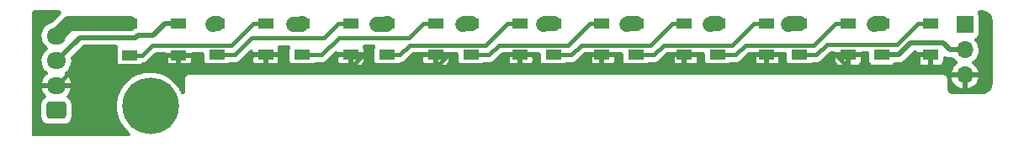
<source format=gbr>
%TF.GenerationSoftware,KiCad,Pcbnew,(6.0.6)*%
%TF.CreationDate,2023-01-13T16:31:05+05:30*%
%TF.ProjectId,ws2812-light,77733238-3132-42d6-9c69-6768742e6b69,rev?*%
%TF.SameCoordinates,Original*%
%TF.FileFunction,Copper,L1,Top*%
%TF.FilePolarity,Positive*%
%FSLAX46Y46*%
G04 Gerber Fmt 4.6, Leading zero omitted, Abs format (unit mm)*
G04 Created by KiCad (PCBNEW (6.0.6)) date 2023-01-13 16:31:05*
%MOMM*%
%LPD*%
G01*
G04 APERTURE LIST*
G04 Aperture macros list*
%AMRoundRect*
0 Rectangle with rounded corners*
0 $1 Rounding radius*
0 $2 $3 $4 $5 $6 $7 $8 $9 X,Y pos of 4 corners*
0 Add a 4 corners polygon primitive as box body*
4,1,4,$2,$3,$4,$5,$6,$7,$8,$9,$2,$3,0*
0 Add four circle primitives for the rounded corners*
1,1,$1+$1,$2,$3*
1,1,$1+$1,$4,$5*
1,1,$1+$1,$6,$7*
1,1,$1+$1,$8,$9*
0 Add four rect primitives between the rounded corners*
20,1,$1+$1,$2,$3,$4,$5,0*
20,1,$1+$1,$4,$5,$6,$7,0*
20,1,$1+$1,$6,$7,$8,$9,0*
20,1,$1+$1,$8,$9,$2,$3,0*%
G04 Aperture macros list end*
%TA.AperFunction,ComponentPad*%
%ADD10R,1.700000X1.700000*%
%TD*%
%TA.AperFunction,ComponentPad*%
%ADD11O,1.700000X1.700000*%
%TD*%
%TA.AperFunction,ComponentPad*%
%ADD12C,5.700000*%
%TD*%
%TA.AperFunction,ComponentPad*%
%ADD13RoundRect,0.250000X0.725000X-0.600000X0.725000X0.600000X-0.725000X0.600000X-0.725000X-0.600000X0*%
%TD*%
%TA.AperFunction,ComponentPad*%
%ADD14O,1.950000X1.700000*%
%TD*%
%TA.AperFunction,SMDPad,CuDef*%
%ADD15R,1.500000X1.000000*%
%TD*%
%TA.AperFunction,ViaPad*%
%ADD16C,1.300000*%
%TD*%
%TA.AperFunction,ViaPad*%
%ADD17C,1.400000*%
%TD*%
%TA.AperFunction,ViaPad*%
%ADD18C,1.500000*%
%TD*%
%TA.AperFunction,Conductor*%
%ADD19C,1.500000*%
%TD*%
%TA.AperFunction,Conductor*%
%ADD20C,0.500000*%
%TD*%
%TA.AperFunction,Conductor*%
%ADD21C,0.400000*%
%TD*%
G04 APERTURE END LIST*
D10*
%TO.P,J2,1,Pin_1*%
%TO.N,+5V*%
X169175000Y-111475000D03*
D11*
%TO.P,J2,2,Pin_2*%
%TO.N,DOUT*%
X169175000Y-114015000D03*
%TO.P,J2,3,Pin_3*%
%TO.N,GND*%
X169175000Y-116555000D03*
%TD*%
D12*
%TO.P,H1,1,1*%
%TO.N,unconnected-(H1-Pad1)*%
X87200000Y-119675000D03*
%TD*%
D13*
%TO.P,J1,1,Pin_1*%
%TO.N,DOUT*%
X77750000Y-120100000D03*
D14*
%TO.P,J1,2,Pin_2*%
%TO.N,GND*%
X77750000Y-117600000D03*
%TO.P,J1,3,Pin_3*%
%TO.N,DIN*%
X77750000Y-115100000D03*
%TO.P,J1,4,Pin_4*%
%TO.N,+5V*%
X77750000Y-112600000D03*
%TD*%
D15*
%TO.P,D10,1,VDD*%
%TO.N,+5V*%
X160800000Y-111325000D03*
%TO.P,D10,2,DOUT*%
%TO.N,DOUT*%
X160800000Y-114525000D03*
%TO.P,D10,3,VSS*%
%TO.N,GND*%
X165700000Y-114525000D03*
%TO.P,D10,4,DIN*%
%TO.N,Net-(D10-Pad4)*%
X165700000Y-111325000D03*
%TD*%
%TO.P,D9,1,VDD*%
%TO.N,+5V*%
X152525000Y-111325000D03*
%TO.P,D9,2,DOUT*%
%TO.N,Net-(D10-Pad4)*%
X152525000Y-114525000D03*
%TO.P,D9,3,VSS*%
%TO.N,GND*%
X157425000Y-114525000D03*
%TO.P,D9,4,DIN*%
%TO.N,Net-(D8-Pad2)*%
X157425000Y-111325000D03*
%TD*%
%TO.P,D8,1,VDD*%
%TO.N,+5V*%
X144275000Y-111325000D03*
%TO.P,D8,2,DOUT*%
%TO.N,Net-(D8-Pad2)*%
X144275000Y-114525000D03*
%TO.P,D8,3,VSS*%
%TO.N,GND*%
X149175000Y-114525000D03*
%TO.P,D8,4,DIN*%
%TO.N,Net-(D7-Pad2)*%
X149175000Y-111325000D03*
%TD*%
%TO.P,D7,1,VDD*%
%TO.N,+5V*%
X136050000Y-111325000D03*
%TO.P,D7,2,DOUT*%
%TO.N,Net-(D7-Pad2)*%
X136050000Y-114525000D03*
%TO.P,D7,3,VSS*%
%TO.N,GND*%
X140950000Y-114525000D03*
%TO.P,D7,4,DIN*%
%TO.N,Net-(D6-Pad2)*%
X140950000Y-111325000D03*
%TD*%
%TO.P,D6,1,VDD*%
%TO.N,+5V*%
X127750000Y-111325000D03*
%TO.P,D6,2,DOUT*%
%TO.N,Net-(D6-Pad2)*%
X127750000Y-114525000D03*
%TO.P,D6,3,VSS*%
%TO.N,GND*%
X132650000Y-114525000D03*
%TO.P,D6,4,DIN*%
%TO.N,Net-(D5-Pad2)*%
X132650000Y-111325000D03*
%TD*%
%TO.P,D5,1,VDD*%
%TO.N,+5V*%
X119475000Y-111325000D03*
%TO.P,D5,2,DOUT*%
%TO.N,Net-(D5-Pad2)*%
X119475000Y-114525000D03*
%TO.P,D5,3,VSS*%
%TO.N,GND*%
X124375000Y-114525000D03*
%TO.P,D5,4,DIN*%
%TO.N,Net-(D4-Pad2)*%
X124375000Y-111325000D03*
%TD*%
%TO.P,D4,1,VDD*%
%TO.N,+5V*%
X111025000Y-111325000D03*
%TO.P,D4,2,DOUT*%
%TO.N,Net-(D4-Pad2)*%
X111025000Y-114525000D03*
%TO.P,D4,3,VSS*%
%TO.N,GND*%
X115925000Y-114525000D03*
%TO.P,D4,4,DIN*%
%TO.N,Net-(D3-Pad2)*%
X115925000Y-111325000D03*
%TD*%
%TO.P,D3,1,VDD*%
%TO.N,+5V*%
X102500000Y-111325000D03*
%TO.P,D3,2,DOUT*%
%TO.N,Net-(D3-Pad2)*%
X102500000Y-114525000D03*
%TO.P,D3,3,VSS*%
%TO.N,GND*%
X107400000Y-114525000D03*
%TO.P,D3,4,DIN*%
%TO.N,Net-(D2-Pad2)*%
X107400000Y-111325000D03*
%TD*%
%TO.P,D2,1,VDD*%
%TO.N,+5V*%
X93900000Y-111325000D03*
%TO.P,D2,2,DOUT*%
%TO.N,Net-(D2-Pad2)*%
X93900000Y-114525000D03*
%TO.P,D2,3,VSS*%
%TO.N,GND*%
X98800000Y-114525000D03*
%TO.P,D2,4,DIN*%
%TO.N,Net-(D1-Pad2)*%
X98800000Y-111325000D03*
%TD*%
%TO.P,D1,1,VDD*%
%TO.N,+5V*%
X85150000Y-111350000D03*
%TO.P,D1,2,DOUT*%
%TO.N,Net-(D1-Pad2)*%
X85150000Y-114550000D03*
%TO.P,D1,3,VSS*%
%TO.N,GND*%
X90050000Y-114550000D03*
%TO.P,D1,4,DIN*%
%TO.N,DIN*%
X90050000Y-111350000D03*
%TD*%
D16*
%TO.N,+5V*%
X110000000Y-111400000D03*
D17*
X101631000Y-111475000D03*
D18*
X160051000Y-111475000D03*
X151415000Y-111475000D03*
X143541000Y-111475000D03*
X135159000Y-111475000D03*
X126777000Y-111475000D03*
X118649000Y-111475000D03*
X93503000Y-111475000D03*
%TD*%
D19*
%TO.N,+5V*%
X160201000Y-111325000D02*
X160051000Y-111475000D01*
X160800000Y-111325000D02*
X160201000Y-111325000D01*
X151565000Y-111325000D02*
X151415000Y-111475000D01*
X152525000Y-111325000D02*
X151565000Y-111325000D01*
X143691000Y-111325000D02*
X143541000Y-111475000D01*
X144275000Y-111325000D02*
X143691000Y-111325000D01*
X135309000Y-111325000D02*
X135159000Y-111475000D01*
X136050000Y-111325000D02*
X135309000Y-111325000D01*
X126927000Y-111325000D02*
X126777000Y-111475000D01*
X127750000Y-111325000D02*
X126927000Y-111325000D01*
X118799000Y-111325000D02*
X118649000Y-111475000D01*
X119475000Y-111325000D02*
X118799000Y-111325000D01*
X110937700Y-111412300D02*
X110013000Y-111412300D01*
X111025000Y-111325000D02*
X110937700Y-111412300D01*
X102350700Y-111474300D02*
X101631000Y-111474300D01*
X102500000Y-111325000D02*
X102350700Y-111474300D01*
X93653000Y-111325000D02*
X93503000Y-111475000D01*
X93900000Y-111325000D02*
X93653000Y-111325000D01*
D20*
%TO.N,DOUT*%
X166985500Y-113325800D02*
X167674700Y-114015000D01*
X163681500Y-113325800D02*
X166985500Y-113325800D01*
X162482300Y-114525000D02*
X163681500Y-113325800D01*
X160800000Y-114525000D02*
X162482300Y-114525000D01*
X169175000Y-114015000D02*
X167674700Y-114015000D01*
D21*
%TO.N,Net-(D10-Pad4)*%
X165700000Y-111325000D02*
X164449700Y-111325000D01*
X154222000Y-114525000D02*
X152525000Y-114525000D01*
X155322400Y-113424600D02*
X154222000Y-114525000D01*
X162350100Y-113424600D02*
X155322400Y-113424600D01*
X164449700Y-111325000D02*
X162350100Y-113424600D01*
%TO.N,Net-(D8-Pad2)*%
X153975100Y-113524600D02*
X156174700Y-111325000D01*
X147072400Y-113524600D02*
X153975100Y-113524600D01*
X146072000Y-114525000D02*
X147072400Y-113524600D01*
X144275000Y-114525000D02*
X146072000Y-114525000D01*
X157425000Y-111325000D02*
X156174700Y-111325000D01*
%TO.N,Net-(D7-Pad2)*%
X145725100Y-113524600D02*
X147924700Y-111325000D01*
X138847400Y-113524600D02*
X145725100Y-113524600D01*
X137847000Y-114525000D02*
X138847400Y-113524600D01*
X136050000Y-114525000D02*
X137847000Y-114525000D01*
X149175000Y-111325000D02*
X147924700Y-111325000D01*
%TO.N,Net-(D6-Pad2)*%
X137500100Y-113524600D02*
X139699700Y-111325000D01*
X130547400Y-113524600D02*
X137500100Y-113524600D01*
X129547000Y-114525000D02*
X130547400Y-113524600D01*
X127750000Y-114525000D02*
X129547000Y-114525000D01*
X140950000Y-111325000D02*
X139699700Y-111325000D01*
%TO.N,Net-(D5-Pad2)*%
X129200100Y-113524600D02*
X131399700Y-111325000D01*
X122272400Y-113524600D02*
X129200100Y-113524600D01*
X121272000Y-114525000D02*
X122272400Y-113524600D01*
X119475000Y-114525000D02*
X121272000Y-114525000D01*
X132650000Y-111325000D02*
X131399700Y-111325000D01*
%TO.N,Net-(D4-Pad2)*%
X120925000Y-113524700D02*
X123124700Y-111325000D01*
X113275600Y-113524700D02*
X120925000Y-113524700D01*
X112275300Y-114525000D02*
X113275600Y-113524700D01*
X124375000Y-111325000D02*
X123124700Y-111325000D01*
X111025000Y-114525000D02*
X112275300Y-114525000D01*
%TO.N,Net-(D3-Pad2)*%
X113237400Y-112762300D02*
X114674700Y-111325000D01*
X106202100Y-112762300D02*
X113237400Y-112762300D01*
X104439400Y-114525000D02*
X106202100Y-112762300D01*
X102500000Y-114525000D02*
X104439400Y-114525000D01*
X115925000Y-111325000D02*
X114674700Y-111325000D01*
%TO.N,Net-(D2-Pad2)*%
X107400000Y-111325000D02*
X106149700Y-111325000D01*
X95697000Y-114525000D02*
X93900000Y-114525000D01*
X97397700Y-112824300D02*
X95697000Y-114525000D01*
X104650400Y-112824300D02*
X97397700Y-112824300D01*
X106149700Y-111325000D02*
X104650400Y-112824300D01*
D20*
%TO.N,DIN*%
X90050000Y-111350000D02*
X88649700Y-111350000D01*
X87499400Y-112500300D02*
X88649700Y-111350000D01*
X85980100Y-112500300D02*
X87499400Y-112500300D01*
X85730100Y-112750300D02*
X85980100Y-112500300D01*
X80099700Y-112750300D02*
X85730100Y-112750300D01*
X77750000Y-115100000D02*
X80099700Y-112750300D01*
D21*
%TO.N,GND*%
X90050000Y-114550000D02*
X88799700Y-114550000D01*
X88799700Y-114550000D02*
X88799700Y-115525400D01*
X79799700Y-115550300D02*
X77750000Y-117600000D01*
X88774800Y-115550300D02*
X79799700Y-115550300D01*
X88799700Y-115525400D02*
X88774800Y-115550300D01*
X98800000Y-114525000D02*
X97549700Y-114525000D01*
X115925000Y-114525000D02*
X117175300Y-114525000D01*
X124375000Y-114525000D02*
X123124700Y-114525000D01*
X132650000Y-114525000D02*
X131399700Y-114525000D01*
X123124700Y-115525300D02*
X123124700Y-114525000D01*
X140950000Y-114525000D02*
X139699700Y-114525000D01*
X131399700Y-115525300D02*
X131399700Y-114525000D01*
X123124700Y-115525300D02*
X131399700Y-115525300D01*
X149175000Y-114525000D02*
X147924700Y-114525000D01*
X139699700Y-115525300D02*
X139699700Y-114525000D01*
X131399700Y-115525300D02*
X139699700Y-115525300D01*
X157425000Y-114525000D02*
X156174700Y-114525000D01*
X147924700Y-115525300D02*
X147924700Y-114525000D01*
X139699700Y-115525300D02*
X147924700Y-115525300D01*
X169175000Y-116555000D02*
X167824700Y-116555000D01*
X155174400Y-115525300D02*
X156174700Y-114525000D01*
X147924700Y-115525300D02*
X155174400Y-115525300D01*
X165700000Y-114525000D02*
X164449700Y-114525000D01*
X157331100Y-115681400D02*
X164449700Y-115681400D01*
X156174700Y-114525000D02*
X157331100Y-115681400D01*
X164449700Y-114525000D02*
X164449700Y-115681400D01*
X166951100Y-115681400D02*
X167824700Y-116555000D01*
X164449700Y-115681400D02*
X166951100Y-115681400D01*
X118175600Y-115525300D02*
X123124700Y-115525300D01*
X117175300Y-114525000D02*
X118175600Y-115525300D01*
X107400000Y-114525000D02*
X108650300Y-114525000D01*
X97549700Y-114525000D02*
X96549300Y-115525400D01*
X88799700Y-115525400D02*
X96549300Y-115525400D01*
X116175000Y-115525300D02*
X117175300Y-114525000D01*
X109650600Y-115525300D02*
X116175000Y-115525300D01*
X108650300Y-114525000D02*
X109650600Y-115525300D01*
X107649900Y-115525400D02*
X108650300Y-114525000D01*
X96549300Y-115525400D02*
X107649900Y-115525400D01*
%TO.N,Net-(D1-Pad2)*%
X85150000Y-114550000D02*
X86400300Y-114550000D01*
X98800000Y-111325000D02*
X97549700Y-111325000D01*
X87425700Y-113524600D02*
X86400300Y-114550000D01*
X95350100Y-113524600D02*
X87425700Y-113524600D01*
X97549700Y-111325000D02*
X95350100Y-113524600D01*
D19*
%TO.N,+5V*%
X79000000Y-111350000D02*
X85150000Y-111350000D01*
X77750000Y-112600000D02*
X79000000Y-111350000D01*
%TD*%
%TA.AperFunction,Conductor*%
%TO.N,GND*%
G36*
X170938125Y-110032671D02*
G01*
X171050835Y-110034224D01*
X171086697Y-110037987D01*
X171227607Y-110065861D01*
X171262208Y-110076037D01*
X171395769Y-110128888D01*
X171427968Y-110145145D01*
X171549792Y-110221235D01*
X171578523Y-110243034D01*
X171684618Y-110339873D01*
X171708940Y-110366499D01*
X171795806Y-110480891D01*
X171814927Y-110511476D01*
X171879714Y-110639664D01*
X171893000Y-110673198D01*
X171933586Y-110810983D01*
X171940600Y-110846366D01*
X171953158Y-110965585D01*
X171954253Y-110986039D01*
X171954255Y-110986973D01*
X171952272Y-111001015D01*
X171954310Y-111015048D01*
X171954310Y-111015049D01*
X171955434Y-111022788D01*
X171957500Y-111051388D01*
X171957500Y-117296884D01*
X171955456Y-117325333D01*
X171952271Y-117347383D01*
X171954264Y-117361419D01*
X171954247Y-117375600D01*
X171953708Y-117375599D01*
X171954346Y-117395289D01*
X171943910Y-117531879D01*
X171938263Y-117566102D01*
X171898215Y-117722435D01*
X171886710Y-117755162D01*
X171820120Y-117902170D01*
X171803108Y-117932400D01*
X171712003Y-118065610D01*
X171690001Y-118092425D01*
X171577150Y-118207791D01*
X171550824Y-118230380D01*
X171419654Y-118324396D01*
X171389806Y-118342070D01*
X171244301Y-118411881D01*
X171211839Y-118424103D01*
X171056424Y-118467587D01*
X171022337Y-118473986D01*
X170886882Y-118487342D01*
X170867116Y-118488302D01*
X170864655Y-118488299D01*
X170850617Y-118486271D01*
X170836581Y-118488264D01*
X170836578Y-118488264D01*
X170827707Y-118489524D01*
X170799732Y-118491500D01*
X168057228Y-118491500D01*
X168025386Y-118488936D01*
X168024415Y-118488779D01*
X168023474Y-118488626D01*
X168023473Y-118488626D01*
X168009482Y-118486358D01*
X167995414Y-118488108D01*
X167981240Y-118487847D01*
X167981260Y-118486776D01*
X167961364Y-118486920D01*
X167914413Y-118481765D01*
X167894956Y-118479629D01*
X167854919Y-118470993D01*
X167770988Y-118443593D01*
X167733569Y-118426942D01*
X167720472Y-118419412D01*
X167657039Y-118382944D01*
X167623817Y-118358982D01*
X167557913Y-118300244D01*
X167530301Y-118269986D01*
X167477821Y-118199000D01*
X167456988Y-118163729D01*
X167448434Y-118145097D01*
X167420154Y-118083498D01*
X167406990Y-118044725D01*
X167391613Y-117977292D01*
X167388249Y-117957281D01*
X167388687Y-117944177D01*
X167386765Y-117936683D01*
X167386500Y-117931827D01*
X167386500Y-117008741D01*
X167386504Y-117007525D01*
X167386800Y-116959102D01*
X167386976Y-116930279D01*
X167380217Y-116906630D01*
X167374566Y-116880155D01*
X167373090Y-116869847D01*
X167373090Y-116869846D01*
X167371080Y-116855813D01*
X167362696Y-116837373D01*
X167360256Y-116830740D01*
X167845009Y-116830740D01*
X167872906Y-116954525D01*
X167877773Y-116970054D01*
X167955637Y-117161812D01*
X167962987Y-117176363D01*
X168071126Y-117352829D01*
X168080734Y-117365958D01*
X168216257Y-117522409D01*
X168227885Y-117533796D01*
X168387134Y-117666007D01*
X168400458Y-117675337D01*
X168579171Y-117779769D01*
X168593840Y-117786797D01*
X168787206Y-117860636D01*
X168802833Y-117865176D01*
X168899028Y-117884747D01*
X168917477Y-117884310D01*
X168920736Y-117869209D01*
X169429000Y-117869209D01*
X169433330Y-117888179D01*
X169434690Y-117888834D01*
X169446404Y-117889402D01*
X169450212Y-117888915D01*
X169466132Y-117885531D01*
X169664385Y-117826052D01*
X169679534Y-117820115D01*
X169865396Y-117729061D01*
X169879392Y-117720718D01*
X170047884Y-117600534D01*
X170060321Y-117590025D01*
X170206931Y-117443925D01*
X170217474Y-117431537D01*
X170338255Y-117263454D01*
X170346643Y-117249492D01*
X170438349Y-117063941D01*
X170444336Y-117048819D01*
X170504506Y-116850776D01*
X170507946Y-116834867D01*
X170508425Y-116831228D01*
X170506608Y-116811858D01*
X170505497Y-116811130D01*
X170493633Y-116809000D01*
X169451423Y-116809000D01*
X169432453Y-116813330D01*
X169429000Y-116820500D01*
X169429000Y-117869209D01*
X168920736Y-117869209D01*
X168921000Y-117867987D01*
X168921000Y-116831423D01*
X168916670Y-116812453D01*
X168909500Y-116809000D01*
X167862533Y-116809000D01*
X167845034Y-116812994D01*
X167845009Y-116830740D01*
X167360256Y-116830740D01*
X167352513Y-116809696D01*
X167350845Y-116803859D01*
X167350844Y-116803857D01*
X167346949Y-116790229D01*
X167333827Y-116769432D01*
X167320970Y-116745604D01*
X167316660Y-116736125D01*
X167310792Y-116723218D01*
X167297575Y-116707879D01*
X167280030Y-116684168D01*
X167276790Y-116679033D01*
X167276788Y-116679031D01*
X167269224Y-116667042D01*
X167258598Y-116657657D01*
X167258596Y-116657655D01*
X167250783Y-116650754D01*
X167231768Y-116631505D01*
X167224969Y-116623615D01*
X167215713Y-116612873D01*
X167198716Y-116601856D01*
X167175228Y-116584027D01*
X167160049Y-116570622D01*
X167147215Y-116564596D01*
X167147210Y-116564593D01*
X167137787Y-116560169D01*
X167114132Y-116547030D01*
X167093485Y-116533648D01*
X167074081Y-116527845D01*
X167046531Y-116517326D01*
X167028200Y-116508719D01*
X167003893Y-116504934D01*
X166977502Y-116498962D01*
X166967515Y-116495975D01*
X166967512Y-116495975D01*
X166953934Y-116491914D01*
X166939762Y-116491827D01*
X166939759Y-116491827D01*
X166922907Y-116491724D01*
X166919043Y-116491701D01*
X166918853Y-116491693D01*
X166917614Y-116491500D01*
X166886741Y-116491500D01*
X166885525Y-116491496D01*
X166808279Y-116491024D01*
X166806790Y-116491450D01*
X166806050Y-116491500D01*
X91194741Y-116491500D01*
X91193525Y-116491496D01*
X91116279Y-116491024D01*
X91102652Y-116494919D01*
X91102650Y-116494919D01*
X91092630Y-116497783D01*
X91066155Y-116503434D01*
X91055847Y-116504910D01*
X91055846Y-116504910D01*
X91041813Y-116506920D01*
X91028909Y-116512787D01*
X91023373Y-116515304D01*
X90995696Y-116525487D01*
X90989859Y-116527155D01*
X90989857Y-116527156D01*
X90976229Y-116531051D01*
X90964241Y-116538615D01*
X90964239Y-116538616D01*
X90955432Y-116544173D01*
X90931605Y-116557029D01*
X90909218Y-116567208D01*
X90898478Y-116576463D01*
X90898477Y-116576463D01*
X90893879Y-116580425D01*
X90870168Y-116597970D01*
X90865033Y-116601210D01*
X90865031Y-116601212D01*
X90853042Y-116608776D01*
X90843657Y-116619402D01*
X90843655Y-116619404D01*
X90836754Y-116627217D01*
X90817505Y-116646232D01*
X90798873Y-116662287D01*
X90788019Y-116679033D01*
X90787859Y-116679280D01*
X90770027Y-116702772D01*
X90756622Y-116717951D01*
X90750596Y-116730785D01*
X90750593Y-116730790D01*
X90746169Y-116740213D01*
X90733030Y-116763868D01*
X90719648Y-116784515D01*
X90715586Y-116798098D01*
X90713846Y-116803917D01*
X90703326Y-116831469D01*
X90694719Y-116849800D01*
X90690934Y-116874107D01*
X90684962Y-116900498D01*
X90677914Y-116924066D01*
X90677827Y-116938238D01*
X90677827Y-116938241D01*
X90677701Y-116958954D01*
X90677693Y-116959147D01*
X90677500Y-116960386D01*
X90677500Y-116991259D01*
X90677496Y-116992474D01*
X90677024Y-117069721D01*
X90677450Y-117071210D01*
X90677500Y-117071950D01*
X90677500Y-118292026D01*
X90657793Y-118378369D01*
X90602574Y-118447610D01*
X90522782Y-118486037D01*
X90434218Y-118486037D01*
X90354426Y-118447610D01*
X90299207Y-118378369D01*
X90293603Y-118365606D01*
X90255240Y-118269204D01*
X90255240Y-118269203D01*
X90253249Y-118264201D01*
X90245100Y-118248809D01*
X90139612Y-118049579D01*
X90083025Y-117942704D01*
X90078251Y-117935652D01*
X89882090Y-117645924D01*
X89882089Y-117645923D01*
X89879075Y-117641471D01*
X89643785Y-117364027D01*
X89639881Y-117360322D01*
X89639876Y-117360317D01*
X89383813Y-117117323D01*
X89379908Y-117113617D01*
X89090530Y-116893170D01*
X88988171Y-116831423D01*
X88783650Y-116708048D01*
X88783645Y-116708045D01*
X88779036Y-116705265D01*
X88449071Y-116552100D01*
X88443969Y-116550373D01*
X88109594Y-116437193D01*
X88109590Y-116437192D01*
X88104494Y-116435467D01*
X88099242Y-116434303D01*
X88099236Y-116434301D01*
X87969392Y-116405516D01*
X87749336Y-116356731D01*
X87574048Y-116337379D01*
X87393097Y-116317401D01*
X87393095Y-116317401D01*
X87387752Y-116316811D01*
X87209060Y-116316499D01*
X87029353Y-116316185D01*
X87029346Y-116316185D01*
X87023972Y-116316176D01*
X87018623Y-116316748D01*
X87018616Y-116316748D01*
X86667601Y-116354261D01*
X86667598Y-116354261D01*
X86662250Y-116354833D01*
X86656997Y-116355978D01*
X86656993Y-116355979D01*
X86312089Y-116431181D01*
X86312086Y-116431182D01*
X86306820Y-116432330D01*
X86301710Y-116434040D01*
X86301702Y-116434042D01*
X86060507Y-116514745D01*
X85961838Y-116547759D01*
X85956947Y-116550009D01*
X85956941Y-116550011D01*
X85796915Y-116623615D01*
X85631340Y-116699771D01*
X85319192Y-116886588D01*
X85314904Y-116889831D01*
X85314898Y-116889835D01*
X85033336Y-117102778D01*
X85033330Y-117102783D01*
X85029046Y-117106023D01*
X84764296Y-117355511D01*
X84760796Y-117359609D01*
X84760795Y-117359610D01*
X84633631Y-117508500D01*
X84528040Y-117632132D01*
X84525015Y-117636566D01*
X84525010Y-117636573D01*
X84333015Y-117918028D01*
X84323040Y-117932651D01*
X84320503Y-117937402D01*
X84320502Y-117937404D01*
X84311934Y-117953451D01*
X84151694Y-118253552D01*
X84149691Y-118258535D01*
X84149689Y-118258539D01*
X84085165Y-118419050D01*
X84016009Y-118591081D01*
X84014554Y-118596256D01*
X84014553Y-118596260D01*
X83926685Y-118908860D01*
X83917569Y-118941290D01*
X83916683Y-118946587D01*
X83916681Y-118946594D01*
X83903277Y-119026697D01*
X83857528Y-119300082D01*
X83857218Y-119305459D01*
X83845210Y-119513719D01*
X83836587Y-119663259D01*
X83854992Y-120026574D01*
X83912527Y-120385777D01*
X83913949Y-120390975D01*
X84003416Y-120718009D01*
X84008519Y-120736664D01*
X84010494Y-120741677D01*
X84010494Y-120741678D01*
X84125083Y-121032579D01*
X84141845Y-121075133D01*
X84144344Y-121079893D01*
X84144345Y-121079895D01*
X84308265Y-121392115D01*
X84310946Y-121397222D01*
X84344749Y-121447526D01*
X84510836Y-121694691D01*
X84510842Y-121694698D01*
X84513843Y-121699165D01*
X84517313Y-121703286D01*
X84517317Y-121703291D01*
X84744699Y-121973315D01*
X84744704Y-121973320D01*
X84748163Y-121977428D01*
X84752043Y-121981136D01*
X84752046Y-121981139D01*
X84834768Y-122060190D01*
X85011165Y-122228758D01*
X85015440Y-122232038D01*
X85149130Y-122334623D01*
X85205633Y-122402820D01*
X85226951Y-122488780D01*
X85208862Y-122575476D01*
X85154948Y-122645738D01*
X85075887Y-122685649D01*
X85027986Y-122691500D01*
X75542220Y-122691500D01*
X75518746Y-122690111D01*
X75487666Y-122686419D01*
X75483467Y-122687124D01*
X75402871Y-122670754D01*
X75332323Y-122617215D01*
X75291991Y-122538369D01*
X75288153Y-122492227D01*
X75286985Y-122492297D01*
X75283856Y-122440046D01*
X75283500Y-122428150D01*
X75283500Y-120750400D01*
X76266500Y-120750400D01*
X76277474Y-120856166D01*
X76333450Y-121023946D01*
X76426522Y-121174348D01*
X76551697Y-121299305D01*
X76702262Y-121392115D01*
X76713232Y-121395753D01*
X76713235Y-121395755D01*
X76859830Y-121444378D01*
X76859833Y-121444379D01*
X76870139Y-121447797D01*
X76880939Y-121448904D01*
X76880941Y-121448904D01*
X76969550Y-121457983D01*
X76969558Y-121457983D01*
X76974600Y-121458500D01*
X78525400Y-121458500D01*
X78578133Y-121453029D01*
X78620336Y-121448650D01*
X78620339Y-121448649D01*
X78631166Y-121447526D01*
X78700962Y-121424240D01*
X78787977Y-121395210D01*
X78787980Y-121395208D01*
X78798946Y-121391550D01*
X78949348Y-121298478D01*
X79074305Y-121173303D01*
X79160311Y-121033777D01*
X79161049Y-121032579D01*
X79161049Y-121032578D01*
X79167115Y-121022738D01*
X79222797Y-120854861D01*
X79233500Y-120750400D01*
X79233500Y-119449600D01*
X79222526Y-119343834D01*
X79199442Y-119274642D01*
X79170210Y-119187023D01*
X79170208Y-119187020D01*
X79166550Y-119176054D01*
X79073478Y-119025652D01*
X78948303Y-118900695D01*
X78884260Y-118861218D01*
X78882768Y-118860298D01*
X78819608Y-118798215D01*
X78789640Y-118714876D01*
X78798799Y-118626787D01*
X78849830Y-118546906D01*
X78889654Y-118508916D01*
X78900793Y-118496325D01*
X79028299Y-118324950D01*
X79037143Y-118310687D01*
X79133959Y-118120266D01*
X79140272Y-118104718D01*
X79203618Y-117900711D01*
X79207223Y-117884316D01*
X79208295Y-117876226D01*
X79206496Y-117856854D01*
X79205425Y-117856151D01*
X79193473Y-117854000D01*
X76313116Y-117854000D01*
X76295265Y-117858074D01*
X76295115Y-117875076D01*
X76317843Y-117983399D01*
X76322670Y-117999487D01*
X76401127Y-118198153D01*
X76408600Y-118213208D01*
X76519407Y-118395811D01*
X76529314Y-118409397D01*
X76661366Y-118561574D01*
X76703071Y-118639703D01*
X76706746Y-118728190D01*
X76671665Y-118809509D01*
X76615782Y-118861218D01*
X76550652Y-118901522D01*
X76542488Y-118909700D01*
X76542487Y-118909701D01*
X76516118Y-118936116D01*
X76425695Y-119026697D01*
X76419631Y-119036535D01*
X76419630Y-119036536D01*
X76338951Y-119167421D01*
X76332885Y-119177262D01*
X76329247Y-119188232D01*
X76329245Y-119188235D01*
X76290364Y-119305459D01*
X76277203Y-119345139D01*
X76266500Y-119449600D01*
X76266500Y-120750400D01*
X75283500Y-120750400D01*
X75283500Y-110232500D01*
X75303207Y-110146157D01*
X75358426Y-110076916D01*
X75438218Y-110038489D01*
X75482500Y-110033500D01*
X78057488Y-110033500D01*
X78143831Y-110053207D01*
X78213072Y-110108426D01*
X78251499Y-110188218D01*
X78251499Y-110276782D01*
X78213072Y-110356574D01*
X78187516Y-110383145D01*
X78181551Y-110388294D01*
X78174346Y-110393471D01*
X78168175Y-110399839D01*
X78100345Y-110469834D01*
X78098152Y-110472061D01*
X77323986Y-111246227D01*
X77248998Y-111293346D01*
X77233268Y-111298130D01*
X77172128Y-111313999D01*
X77164447Y-111317459D01*
X76995757Y-111393448D01*
X76961925Y-111408688D01*
X76954932Y-111413396D01*
X76777673Y-111532733D01*
X76777668Y-111532737D01*
X76770681Y-111537441D01*
X76603865Y-111696576D01*
X76598831Y-111703342D01*
X76472502Y-111873134D01*
X76466246Y-111881542D01*
X76462425Y-111889058D01*
X76462424Y-111889059D01*
X76426195Y-111960316D01*
X76361760Y-112087051D01*
X76339348Y-112159228D01*
X76298087Y-112292111D01*
X76293393Y-112307227D01*
X76263102Y-112535774D01*
X76263418Y-112544192D01*
X76263418Y-112544193D01*
X76264335Y-112568617D01*
X76271751Y-112766158D01*
X76319093Y-112991791D01*
X76403776Y-113206221D01*
X76408148Y-113213425D01*
X76408150Y-113213430D01*
X76492780Y-113352895D01*
X76523377Y-113403317D01*
X76528908Y-113409691D01*
X76666462Y-113568208D01*
X76674477Y-113577445D01*
X76693343Y-113592914D01*
X76819088Y-113696019D01*
X76873361Y-113766005D01*
X76891893Y-113852607D01*
X76871014Y-113938674D01*
X76814860Y-114007159D01*
X76804044Y-114014980D01*
X76777675Y-114032732D01*
X76777672Y-114032734D01*
X76770681Y-114037441D01*
X76603865Y-114196576D01*
X76598831Y-114203342D01*
X76520944Y-114308026D01*
X76466246Y-114381542D01*
X76361760Y-114587051D01*
X76359260Y-114595103D01*
X76301086Y-114782453D01*
X76293393Y-114807227D01*
X76263102Y-115035774D01*
X76263418Y-115044192D01*
X76263418Y-115044193D01*
X76264302Y-115067744D01*
X76271751Y-115266158D01*
X76319093Y-115491791D01*
X76361435Y-115599006D01*
X76369910Y-115620466D01*
X76403776Y-115706221D01*
X76408148Y-115713425D01*
X76408150Y-115713430D01*
X76471883Y-115818458D01*
X76523377Y-115903317D01*
X76674477Y-116077445D01*
X76815569Y-116193133D01*
X76819491Y-116196349D01*
X76873763Y-116266334D01*
X76892296Y-116352937D01*
X76871417Y-116439004D01*
X76815263Y-116507489D01*
X76804451Y-116515308D01*
X76777981Y-116533129D01*
X76764901Y-116543645D01*
X76610341Y-116691090D01*
X76599207Y-116703675D01*
X76471701Y-116875050D01*
X76462857Y-116889313D01*
X76366041Y-117079734D01*
X76359728Y-117095282D01*
X76296382Y-117299289D01*
X76292777Y-117315684D01*
X76291705Y-117323774D01*
X76293504Y-117343146D01*
X76294575Y-117343849D01*
X76306527Y-117346000D01*
X79186884Y-117346000D01*
X79204735Y-117341926D01*
X79204885Y-117324924D01*
X79182157Y-117216601D01*
X79177330Y-117200513D01*
X79098873Y-117001847D01*
X79091400Y-116986792D01*
X78980593Y-116804189D01*
X78970691Y-116790609D01*
X78830695Y-116629279D01*
X78818655Y-116617571D01*
X78680479Y-116504273D01*
X78626206Y-116434287D01*
X78607674Y-116347685D01*
X78628553Y-116261618D01*
X78684707Y-116193133D01*
X78695521Y-116185313D01*
X78722327Y-116167266D01*
X78729319Y-116162559D01*
X78896135Y-116003424D01*
X79033754Y-115818458D01*
X79138240Y-115612949D01*
X79173426Y-115499632D01*
X79204108Y-115400822D01*
X79204109Y-115400819D01*
X79206607Y-115392773D01*
X79236898Y-115164226D01*
X79236282Y-115147804D01*
X79233019Y-115060911D01*
X79228249Y-114933842D01*
X79208846Y-114841367D01*
X79210403Y-114752819D01*
X79250226Y-114673714D01*
X79262891Y-114659790D01*
X80355595Y-113567086D01*
X80430583Y-113519967D01*
X80496309Y-113508800D01*
X83777086Y-113508800D01*
X83863429Y-113528507D01*
X83932670Y-113583726D01*
X83971097Y-113663518D01*
X83971097Y-113752082D01*
X83954002Y-113797135D01*
X83949385Y-113803295D01*
X83898255Y-113939684D01*
X83891500Y-114001866D01*
X83891500Y-115098134D01*
X83898255Y-115160316D01*
X83949385Y-115296705D01*
X84036739Y-115413261D01*
X84153295Y-115500615D01*
X84289684Y-115551745D01*
X84327760Y-115555881D01*
X84346506Y-115557918D01*
X84346511Y-115557918D01*
X84351866Y-115558500D01*
X85948134Y-115558500D01*
X85953489Y-115557918D01*
X85953494Y-115557918D01*
X85972240Y-115555881D01*
X86010316Y-115551745D01*
X86146705Y-115500615D01*
X86263261Y-115413261D01*
X86319505Y-115338216D01*
X86387055Y-115280943D01*
X86444533Y-115261524D01*
X86498705Y-115252070D01*
X86509010Y-115250548D01*
X86570542Y-115243102D01*
X86581773Y-115238858D01*
X86588336Y-115237246D01*
X86594760Y-115235306D01*
X86606584Y-115233243D01*
X86663348Y-115208325D01*
X86672972Y-115204398D01*
X86719732Y-115186729D01*
X86719738Y-115186726D01*
X86730956Y-115182487D01*
X86740842Y-115175693D01*
X86746816Y-115172570D01*
X86752619Y-115169138D01*
X86763605Y-115164315D01*
X86796185Y-115139315D01*
X86812779Y-115126582D01*
X86821208Y-115120458D01*
X86835253Y-115110805D01*
X86861602Y-115092696D01*
X88792001Y-115092696D01*
X88792584Y-115103453D01*
X88797400Y-115147799D01*
X88803128Y-115171890D01*
X88844853Y-115283191D01*
X88858328Y-115307804D01*
X88928595Y-115401561D01*
X88948439Y-115421405D01*
X89042196Y-115491672D01*
X89066809Y-115505147D01*
X89178113Y-115546873D01*
X89202196Y-115552599D01*
X89246551Y-115557418D01*
X89257301Y-115558000D01*
X89773577Y-115558000D01*
X89792547Y-115553670D01*
X89796000Y-115546500D01*
X89796000Y-115535576D01*
X90304000Y-115535576D01*
X90308330Y-115554546D01*
X90315500Y-115557999D01*
X90842696Y-115557999D01*
X90853453Y-115557416D01*
X90897799Y-115552600D01*
X90921890Y-115546872D01*
X91033191Y-115505147D01*
X91057804Y-115491672D01*
X91151561Y-115421405D01*
X91171405Y-115401561D01*
X91241672Y-115307804D01*
X91255147Y-115283191D01*
X91296873Y-115171887D01*
X91302599Y-115147804D01*
X91307418Y-115103449D01*
X91308000Y-115092699D01*
X91308000Y-114826423D01*
X91303670Y-114807453D01*
X91296500Y-114804000D01*
X90326423Y-114804000D01*
X90307453Y-114808330D01*
X90304000Y-114815500D01*
X90304000Y-115535576D01*
X89796000Y-115535576D01*
X89796000Y-114826423D01*
X89791670Y-114807453D01*
X89784500Y-114804000D01*
X88814424Y-114804000D01*
X88795454Y-114808330D01*
X88792001Y-114815500D01*
X88792001Y-115092696D01*
X86861602Y-115092696D01*
X86872281Y-115085357D01*
X86912338Y-115040398D01*
X86920205Y-115032065D01*
X87660884Y-114291386D01*
X87735872Y-114244267D01*
X87801598Y-114233100D01*
X88652388Y-114233100D01*
X88738731Y-114252807D01*
X88776723Y-114283105D01*
X88803500Y-114296000D01*
X91285576Y-114296000D01*
X91305778Y-114291389D01*
X91324427Y-114276517D01*
X91404219Y-114238090D01*
X91448503Y-114233100D01*
X92442500Y-114233100D01*
X92528843Y-114252807D01*
X92598084Y-114308026D01*
X92636511Y-114387818D01*
X92641500Y-114432100D01*
X92641500Y-115073134D01*
X92648255Y-115135316D01*
X92699385Y-115271705D01*
X92786739Y-115388261D01*
X92903295Y-115475615D01*
X93039684Y-115526745D01*
X93077760Y-115530881D01*
X93096506Y-115532918D01*
X93096511Y-115532918D01*
X93101866Y-115533500D01*
X94698134Y-115533500D01*
X94703489Y-115532918D01*
X94703494Y-115532918D01*
X94722240Y-115530881D01*
X94760316Y-115526745D01*
X94896705Y-115475615D01*
X95013261Y-115388261D01*
X95069550Y-115313155D01*
X95137102Y-115255882D01*
X95228791Y-115233500D01*
X95665602Y-115233500D01*
X95679136Y-115233961D01*
X95697414Y-115235207D01*
X95734352Y-115237725D01*
X95795404Y-115227070D01*
X95805710Y-115225548D01*
X95867242Y-115218102D01*
X95878473Y-115213858D01*
X95885036Y-115212246D01*
X95891460Y-115210306D01*
X95903284Y-115208243D01*
X95960048Y-115183325D01*
X95969672Y-115179398D01*
X96016432Y-115161729D01*
X96016438Y-115161726D01*
X96027656Y-115157487D01*
X96037542Y-115150693D01*
X96043516Y-115147570D01*
X96049319Y-115144138D01*
X96060305Y-115139315D01*
X96106987Y-115103494D01*
X96109479Y-115101582D01*
X96117908Y-115095458D01*
X96132605Y-115085357D01*
X96158302Y-115067696D01*
X97542001Y-115067696D01*
X97542584Y-115078453D01*
X97547400Y-115122799D01*
X97553128Y-115146890D01*
X97594853Y-115258191D01*
X97608328Y-115282804D01*
X97678595Y-115376561D01*
X97698439Y-115396405D01*
X97792196Y-115466672D01*
X97816809Y-115480147D01*
X97928113Y-115521873D01*
X97952196Y-115527599D01*
X97996551Y-115532418D01*
X98007301Y-115533000D01*
X98523577Y-115533000D01*
X98542547Y-115528670D01*
X98546000Y-115521500D01*
X98546000Y-115510576D01*
X99054000Y-115510576D01*
X99058330Y-115529546D01*
X99065500Y-115532999D01*
X99592696Y-115532999D01*
X99603453Y-115532416D01*
X99647799Y-115527600D01*
X99671890Y-115521872D01*
X99783191Y-115480147D01*
X99807804Y-115466672D01*
X99901561Y-115396405D01*
X99921405Y-115376561D01*
X99991672Y-115282804D01*
X100005147Y-115258191D01*
X100046873Y-115146887D01*
X100052599Y-115122804D01*
X100057418Y-115078449D01*
X100058000Y-115067699D01*
X100058000Y-114801423D01*
X100053670Y-114782453D01*
X100046500Y-114779000D01*
X99076423Y-114779000D01*
X99057453Y-114783330D01*
X99054000Y-114790500D01*
X99054000Y-115510576D01*
X98546000Y-115510576D01*
X98546000Y-114801423D01*
X98541670Y-114782453D01*
X98534500Y-114779000D01*
X97564424Y-114779000D01*
X97545454Y-114783330D01*
X97542001Y-114790500D01*
X97542001Y-115067696D01*
X96158302Y-115067696D01*
X96168981Y-115060357D01*
X96209038Y-115015398D01*
X96216905Y-115007065D01*
X97202286Y-114021684D01*
X97277274Y-113974565D01*
X97365281Y-113964649D01*
X97448874Y-113993900D01*
X97511498Y-114056524D01*
X97540749Y-114140117D01*
X97542000Y-114162398D01*
X97542000Y-114248577D01*
X97546330Y-114267547D01*
X97553500Y-114271000D01*
X100035576Y-114271000D01*
X100054546Y-114266670D01*
X100057999Y-114259500D01*
X100057999Y-113982304D01*
X100057416Y-113971547D01*
X100052600Y-113927201D01*
X100046870Y-113903103D01*
X100008839Y-113801655D01*
X99996983Y-113713889D01*
X100024381Y-113629670D01*
X100085608Y-113565680D01*
X100168535Y-113534591D01*
X100195175Y-113532800D01*
X101104291Y-113532800D01*
X101190634Y-113552507D01*
X101259875Y-113607726D01*
X101298302Y-113687518D01*
X101298302Y-113776082D01*
X101290627Y-113801655D01*
X101252635Y-113902997D01*
X101252633Y-113903006D01*
X101248255Y-113914684D01*
X101241500Y-113976866D01*
X101241500Y-115073134D01*
X101248255Y-115135316D01*
X101299385Y-115271705D01*
X101386739Y-115388261D01*
X101503295Y-115475615D01*
X101639684Y-115526745D01*
X101677760Y-115530881D01*
X101696506Y-115532918D01*
X101696511Y-115532918D01*
X101701866Y-115533500D01*
X103298134Y-115533500D01*
X103303489Y-115532918D01*
X103303494Y-115532918D01*
X103322240Y-115530881D01*
X103360316Y-115526745D01*
X103496705Y-115475615D01*
X103613261Y-115388261D01*
X103669550Y-115313155D01*
X103737102Y-115255882D01*
X103828791Y-115233500D01*
X104408002Y-115233500D01*
X104421536Y-115233961D01*
X104439814Y-115235207D01*
X104476752Y-115237725D01*
X104537804Y-115227070D01*
X104548110Y-115225548D01*
X104609642Y-115218102D01*
X104620873Y-115213858D01*
X104627436Y-115212246D01*
X104633860Y-115210306D01*
X104645684Y-115208243D01*
X104702448Y-115183325D01*
X104712072Y-115179398D01*
X104758832Y-115161729D01*
X104758838Y-115161726D01*
X104770056Y-115157487D01*
X104779942Y-115150693D01*
X104785916Y-115147570D01*
X104791719Y-115144138D01*
X104802705Y-115139315D01*
X104849387Y-115103494D01*
X104851879Y-115101582D01*
X104860308Y-115095458D01*
X104875005Y-115085357D01*
X104900702Y-115067696D01*
X106142001Y-115067696D01*
X106142584Y-115078453D01*
X106147400Y-115122799D01*
X106153128Y-115146890D01*
X106194853Y-115258191D01*
X106208328Y-115282804D01*
X106278595Y-115376561D01*
X106298439Y-115396405D01*
X106392196Y-115466672D01*
X106416809Y-115480147D01*
X106528113Y-115521873D01*
X106552196Y-115527599D01*
X106596551Y-115532418D01*
X106607301Y-115533000D01*
X107123577Y-115533000D01*
X107142547Y-115528670D01*
X107146000Y-115521500D01*
X107146000Y-115510576D01*
X107654000Y-115510576D01*
X107658330Y-115529546D01*
X107665500Y-115532999D01*
X108192696Y-115532999D01*
X108203453Y-115532416D01*
X108247799Y-115527600D01*
X108271890Y-115521872D01*
X108383191Y-115480147D01*
X108407804Y-115466672D01*
X108501561Y-115396405D01*
X108521405Y-115376561D01*
X108591672Y-115282804D01*
X108605147Y-115258191D01*
X108646873Y-115146887D01*
X108652599Y-115122804D01*
X108657418Y-115078449D01*
X108658000Y-115067699D01*
X108658000Y-114801423D01*
X108653670Y-114782453D01*
X108646500Y-114779000D01*
X107676423Y-114779000D01*
X107657453Y-114783330D01*
X107654000Y-114790500D01*
X107654000Y-115510576D01*
X107146000Y-115510576D01*
X107146000Y-114801423D01*
X107141670Y-114782453D01*
X107134500Y-114779000D01*
X106164424Y-114779000D01*
X106145454Y-114783330D01*
X106142001Y-114790500D01*
X106142001Y-115067696D01*
X104900702Y-115067696D01*
X104911381Y-115060357D01*
X104951438Y-115015398D01*
X104959305Y-115007065D01*
X105808567Y-114157804D01*
X105883556Y-114110685D01*
X105971562Y-114100769D01*
X106055155Y-114130020D01*
X106117779Y-114192644D01*
X106143292Y-114254238D01*
X106146330Y-114267547D01*
X106153500Y-114271000D01*
X108635576Y-114271000D01*
X108654546Y-114266670D01*
X108657999Y-114259500D01*
X108657999Y-113982304D01*
X108657416Y-113971547D01*
X108652600Y-113927201D01*
X108646872Y-113903110D01*
X108605148Y-113791811D01*
X108590669Y-113765365D01*
X108566491Y-113680166D01*
X108581674Y-113592914D01*
X108633211Y-113520890D01*
X108710893Y-113478359D01*
X108765221Y-113470800D01*
X109659204Y-113470800D01*
X109745547Y-113490507D01*
X109814788Y-113545726D01*
X109853215Y-113625518D01*
X109853215Y-113714082D01*
X109833754Y-113765369D01*
X109832890Y-113766946D01*
X109824385Y-113778295D01*
X109773255Y-113914684D01*
X109766500Y-113976866D01*
X109766500Y-115073134D01*
X109773255Y-115135316D01*
X109824385Y-115271705D01*
X109911739Y-115388261D01*
X110028295Y-115475615D01*
X110164684Y-115526745D01*
X110202760Y-115530881D01*
X110221506Y-115532918D01*
X110221511Y-115532918D01*
X110226866Y-115533500D01*
X111823134Y-115533500D01*
X111828489Y-115532918D01*
X111828494Y-115532918D01*
X111847240Y-115530881D01*
X111885316Y-115526745D01*
X112021705Y-115475615D01*
X112138261Y-115388261D01*
X112194505Y-115313216D01*
X112262055Y-115255943D01*
X112319533Y-115236524D01*
X112319843Y-115236470D01*
X112334219Y-115233961D01*
X112373705Y-115227070D01*
X112384010Y-115225548D01*
X112445542Y-115218102D01*
X112456773Y-115213858D01*
X112463336Y-115212246D01*
X112469760Y-115210306D01*
X112481584Y-115208243D01*
X112538348Y-115183325D01*
X112547972Y-115179398D01*
X112594732Y-115161729D01*
X112594738Y-115161726D01*
X112605956Y-115157487D01*
X112615842Y-115150693D01*
X112621816Y-115147570D01*
X112627619Y-115144138D01*
X112638605Y-115139315D01*
X112685287Y-115103494D01*
X112687779Y-115101582D01*
X112696208Y-115095458D01*
X112710905Y-115085357D01*
X112736602Y-115067696D01*
X114667001Y-115067696D01*
X114667584Y-115078453D01*
X114672400Y-115122799D01*
X114678128Y-115146890D01*
X114719853Y-115258191D01*
X114733328Y-115282804D01*
X114803595Y-115376561D01*
X114823439Y-115396405D01*
X114917196Y-115466672D01*
X114941809Y-115480147D01*
X115053113Y-115521873D01*
X115077196Y-115527599D01*
X115121551Y-115532418D01*
X115132301Y-115533000D01*
X115648577Y-115533000D01*
X115667547Y-115528670D01*
X115671000Y-115521500D01*
X115671000Y-115510576D01*
X116179000Y-115510576D01*
X116183330Y-115529546D01*
X116190500Y-115532999D01*
X116717696Y-115532999D01*
X116728453Y-115532416D01*
X116772799Y-115527600D01*
X116796890Y-115521872D01*
X116908191Y-115480147D01*
X116932804Y-115466672D01*
X117026561Y-115396405D01*
X117046405Y-115376561D01*
X117116672Y-115282804D01*
X117130147Y-115258191D01*
X117171873Y-115146887D01*
X117177599Y-115122804D01*
X117182418Y-115078449D01*
X117183000Y-115067699D01*
X117183000Y-114801423D01*
X117178670Y-114782453D01*
X117171500Y-114779000D01*
X116201423Y-114779000D01*
X116182453Y-114783330D01*
X116179000Y-114790500D01*
X116179000Y-115510576D01*
X115671000Y-115510576D01*
X115671000Y-114801423D01*
X115666670Y-114782453D01*
X115659500Y-114779000D01*
X114689424Y-114779000D01*
X114670454Y-114783330D01*
X114667001Y-114790500D01*
X114667001Y-115067696D01*
X112736602Y-115067696D01*
X112747281Y-115060357D01*
X112787338Y-115015398D01*
X112795205Y-115007065D01*
X113510784Y-114291486D01*
X113585772Y-114244367D01*
X113651498Y-114233200D01*
X114554587Y-114233200D01*
X114640932Y-114252908D01*
X114678499Y-114271000D01*
X117160576Y-114271000D01*
X117196770Y-114262739D01*
X117247744Y-114238190D01*
X117292029Y-114233200D01*
X118017500Y-114233200D01*
X118103843Y-114252907D01*
X118173084Y-114308126D01*
X118211511Y-114387918D01*
X118216500Y-114432200D01*
X118216500Y-115073134D01*
X118223255Y-115135316D01*
X118274385Y-115271705D01*
X118361739Y-115388261D01*
X118478295Y-115475615D01*
X118614684Y-115526745D01*
X118652760Y-115530881D01*
X118671506Y-115532918D01*
X118671511Y-115532918D01*
X118676866Y-115533500D01*
X120273134Y-115533500D01*
X120278489Y-115532918D01*
X120278494Y-115532918D01*
X120297240Y-115530881D01*
X120335316Y-115526745D01*
X120471705Y-115475615D01*
X120588261Y-115388261D01*
X120644550Y-115313155D01*
X120712102Y-115255882D01*
X120803791Y-115233500D01*
X121240602Y-115233500D01*
X121254136Y-115233961D01*
X121272414Y-115235207D01*
X121309352Y-115237725D01*
X121370404Y-115227070D01*
X121380710Y-115225548D01*
X121442242Y-115218102D01*
X121453473Y-115213858D01*
X121460036Y-115212246D01*
X121466460Y-115210306D01*
X121478284Y-115208243D01*
X121535048Y-115183325D01*
X121544672Y-115179398D01*
X121591432Y-115161729D01*
X121591438Y-115161726D01*
X121602656Y-115157487D01*
X121612542Y-115150693D01*
X121618516Y-115147570D01*
X121624319Y-115144138D01*
X121635305Y-115139315D01*
X121681987Y-115103494D01*
X121684479Y-115101582D01*
X121692908Y-115095458D01*
X121707605Y-115085357D01*
X121733302Y-115067696D01*
X123117001Y-115067696D01*
X123117584Y-115078453D01*
X123122400Y-115122799D01*
X123128128Y-115146890D01*
X123169853Y-115258191D01*
X123183328Y-115282804D01*
X123253595Y-115376561D01*
X123273439Y-115396405D01*
X123367196Y-115466672D01*
X123391809Y-115480147D01*
X123503113Y-115521873D01*
X123527196Y-115527599D01*
X123571551Y-115532418D01*
X123582301Y-115533000D01*
X124098577Y-115533000D01*
X124117547Y-115528670D01*
X124121000Y-115521500D01*
X124121000Y-115510576D01*
X124629000Y-115510576D01*
X124633330Y-115529546D01*
X124640500Y-115532999D01*
X125167696Y-115532999D01*
X125178453Y-115532416D01*
X125222799Y-115527600D01*
X125246890Y-115521872D01*
X125358191Y-115480147D01*
X125382804Y-115466672D01*
X125476561Y-115396405D01*
X125496405Y-115376561D01*
X125566672Y-115282804D01*
X125580147Y-115258191D01*
X125621873Y-115146887D01*
X125627599Y-115122804D01*
X125632418Y-115078449D01*
X125633000Y-115067699D01*
X125633000Y-114801423D01*
X125628670Y-114782453D01*
X125621500Y-114779000D01*
X124651423Y-114779000D01*
X124632453Y-114783330D01*
X124629000Y-114790500D01*
X124629000Y-115510576D01*
X124121000Y-115510576D01*
X124121000Y-114801423D01*
X124116670Y-114782453D01*
X124109500Y-114779000D01*
X123139424Y-114779000D01*
X123120454Y-114783330D01*
X123117001Y-114790500D01*
X123117001Y-115067696D01*
X121733302Y-115067696D01*
X121743981Y-115060357D01*
X121784038Y-115015398D01*
X121791905Y-115007065D01*
X122507585Y-114291386D01*
X122582574Y-114244267D01*
X122648299Y-114233100D01*
X123004380Y-114233100D01*
X123090725Y-114252808D01*
X123128500Y-114271000D01*
X125610576Y-114271000D01*
X125646614Y-114262775D01*
X125697872Y-114238090D01*
X125742155Y-114233100D01*
X126292500Y-114233100D01*
X126378843Y-114252807D01*
X126448084Y-114308026D01*
X126486511Y-114387818D01*
X126491500Y-114432100D01*
X126491500Y-115073134D01*
X126498255Y-115135316D01*
X126549385Y-115271705D01*
X126636739Y-115388261D01*
X126753295Y-115475615D01*
X126889684Y-115526745D01*
X126927760Y-115530881D01*
X126946506Y-115532918D01*
X126946511Y-115532918D01*
X126951866Y-115533500D01*
X128548134Y-115533500D01*
X128553489Y-115532918D01*
X128553494Y-115532918D01*
X128572240Y-115530881D01*
X128610316Y-115526745D01*
X128746705Y-115475615D01*
X128863261Y-115388261D01*
X128919550Y-115313155D01*
X128987102Y-115255882D01*
X129078791Y-115233500D01*
X129515602Y-115233500D01*
X129529136Y-115233961D01*
X129547414Y-115235207D01*
X129584352Y-115237725D01*
X129645404Y-115227070D01*
X129655710Y-115225548D01*
X129717242Y-115218102D01*
X129728473Y-115213858D01*
X129735036Y-115212246D01*
X129741460Y-115210306D01*
X129753284Y-115208243D01*
X129810048Y-115183325D01*
X129819672Y-115179398D01*
X129866432Y-115161729D01*
X129866438Y-115161726D01*
X129877656Y-115157487D01*
X129887542Y-115150693D01*
X129893516Y-115147570D01*
X129899319Y-115144138D01*
X129910305Y-115139315D01*
X129956987Y-115103494D01*
X129959479Y-115101582D01*
X129967908Y-115095458D01*
X129982605Y-115085357D01*
X130008302Y-115067696D01*
X131392001Y-115067696D01*
X131392584Y-115078453D01*
X131397400Y-115122799D01*
X131403128Y-115146890D01*
X131444853Y-115258191D01*
X131458328Y-115282804D01*
X131528595Y-115376561D01*
X131548439Y-115396405D01*
X131642196Y-115466672D01*
X131666809Y-115480147D01*
X131778113Y-115521873D01*
X131802196Y-115527599D01*
X131846551Y-115532418D01*
X131857301Y-115533000D01*
X132373577Y-115533000D01*
X132392547Y-115528670D01*
X132396000Y-115521500D01*
X132396000Y-115510576D01*
X132904000Y-115510576D01*
X132908330Y-115529546D01*
X132915500Y-115532999D01*
X133442696Y-115532999D01*
X133453453Y-115532416D01*
X133497799Y-115527600D01*
X133521890Y-115521872D01*
X133633191Y-115480147D01*
X133657804Y-115466672D01*
X133751561Y-115396405D01*
X133771405Y-115376561D01*
X133841672Y-115282804D01*
X133855147Y-115258191D01*
X133896873Y-115146887D01*
X133902599Y-115122804D01*
X133907418Y-115078449D01*
X133908000Y-115067699D01*
X133908000Y-114801423D01*
X133903670Y-114782453D01*
X133896500Y-114779000D01*
X132926423Y-114779000D01*
X132907453Y-114783330D01*
X132904000Y-114790500D01*
X132904000Y-115510576D01*
X132396000Y-115510576D01*
X132396000Y-114801423D01*
X132391670Y-114782453D01*
X132384500Y-114779000D01*
X131414424Y-114779000D01*
X131395454Y-114783330D01*
X131392001Y-114790500D01*
X131392001Y-115067696D01*
X130008302Y-115067696D01*
X130018981Y-115060357D01*
X130059038Y-115015398D01*
X130066905Y-115007065D01*
X130782585Y-114291386D01*
X130857574Y-114244267D01*
X130923299Y-114233100D01*
X131279380Y-114233100D01*
X131365725Y-114252808D01*
X131403500Y-114271000D01*
X133885576Y-114271000D01*
X133921614Y-114262775D01*
X133972872Y-114238090D01*
X134017155Y-114233100D01*
X134592500Y-114233100D01*
X134678843Y-114252807D01*
X134748084Y-114308026D01*
X134786511Y-114387818D01*
X134791500Y-114432100D01*
X134791500Y-115073134D01*
X134798255Y-115135316D01*
X134849385Y-115271705D01*
X134936739Y-115388261D01*
X135053295Y-115475615D01*
X135189684Y-115526745D01*
X135227760Y-115530881D01*
X135246506Y-115532918D01*
X135246511Y-115532918D01*
X135251866Y-115533500D01*
X136848134Y-115533500D01*
X136853489Y-115532918D01*
X136853494Y-115532918D01*
X136872240Y-115530881D01*
X136910316Y-115526745D01*
X137046705Y-115475615D01*
X137163261Y-115388261D01*
X137219550Y-115313155D01*
X137287102Y-115255882D01*
X137378791Y-115233500D01*
X137815602Y-115233500D01*
X137829136Y-115233961D01*
X137847414Y-115235207D01*
X137884352Y-115237725D01*
X137945404Y-115227070D01*
X137955710Y-115225548D01*
X138017242Y-115218102D01*
X138028473Y-115213858D01*
X138035036Y-115212246D01*
X138041460Y-115210306D01*
X138053284Y-115208243D01*
X138110048Y-115183325D01*
X138119672Y-115179398D01*
X138166432Y-115161729D01*
X138166438Y-115161726D01*
X138177656Y-115157487D01*
X138187542Y-115150693D01*
X138193516Y-115147570D01*
X138199319Y-115144138D01*
X138210305Y-115139315D01*
X138256987Y-115103494D01*
X138259479Y-115101582D01*
X138267908Y-115095458D01*
X138282605Y-115085357D01*
X138308302Y-115067696D01*
X139692001Y-115067696D01*
X139692584Y-115078453D01*
X139697400Y-115122799D01*
X139703128Y-115146890D01*
X139744853Y-115258191D01*
X139758328Y-115282804D01*
X139828595Y-115376561D01*
X139848439Y-115396405D01*
X139942196Y-115466672D01*
X139966809Y-115480147D01*
X140078113Y-115521873D01*
X140102196Y-115527599D01*
X140146551Y-115532418D01*
X140157301Y-115533000D01*
X140673577Y-115533000D01*
X140692547Y-115528670D01*
X140696000Y-115521500D01*
X140696000Y-115510576D01*
X141204000Y-115510576D01*
X141208330Y-115529546D01*
X141215500Y-115532999D01*
X141742696Y-115532999D01*
X141753453Y-115532416D01*
X141797799Y-115527600D01*
X141821890Y-115521872D01*
X141933191Y-115480147D01*
X141957804Y-115466672D01*
X142051561Y-115396405D01*
X142071405Y-115376561D01*
X142141672Y-115282804D01*
X142155147Y-115258191D01*
X142196873Y-115146887D01*
X142202599Y-115122804D01*
X142207418Y-115078449D01*
X142208000Y-115067699D01*
X142208000Y-114801423D01*
X142203670Y-114782453D01*
X142196500Y-114779000D01*
X141226423Y-114779000D01*
X141207453Y-114783330D01*
X141204000Y-114790500D01*
X141204000Y-115510576D01*
X140696000Y-115510576D01*
X140696000Y-114801423D01*
X140691670Y-114782453D01*
X140684500Y-114779000D01*
X139714424Y-114779000D01*
X139695454Y-114783330D01*
X139692001Y-114790500D01*
X139692001Y-115067696D01*
X138308302Y-115067696D01*
X138318981Y-115060357D01*
X138359038Y-115015398D01*
X138366905Y-115007065D01*
X139082585Y-114291386D01*
X139157574Y-114244267D01*
X139223299Y-114233100D01*
X139579380Y-114233100D01*
X139665725Y-114252808D01*
X139703500Y-114271000D01*
X142185576Y-114271000D01*
X142221614Y-114262775D01*
X142272872Y-114238090D01*
X142317155Y-114233100D01*
X142817500Y-114233100D01*
X142903843Y-114252807D01*
X142973084Y-114308026D01*
X143011511Y-114387818D01*
X143016500Y-114432100D01*
X143016500Y-115073134D01*
X143023255Y-115135316D01*
X143074385Y-115271705D01*
X143161739Y-115388261D01*
X143278295Y-115475615D01*
X143414684Y-115526745D01*
X143452760Y-115530881D01*
X143471506Y-115532918D01*
X143471511Y-115532918D01*
X143476866Y-115533500D01*
X145073134Y-115533500D01*
X145078489Y-115532918D01*
X145078494Y-115532918D01*
X145097240Y-115530881D01*
X145135316Y-115526745D01*
X145271705Y-115475615D01*
X145388261Y-115388261D01*
X145444550Y-115313155D01*
X145512102Y-115255882D01*
X145603791Y-115233500D01*
X146040602Y-115233500D01*
X146054136Y-115233961D01*
X146072414Y-115235207D01*
X146109352Y-115237725D01*
X146170404Y-115227070D01*
X146180710Y-115225548D01*
X146242242Y-115218102D01*
X146253473Y-115213858D01*
X146260036Y-115212246D01*
X146266460Y-115210306D01*
X146278284Y-115208243D01*
X146335048Y-115183325D01*
X146344672Y-115179398D01*
X146391432Y-115161729D01*
X146391438Y-115161726D01*
X146402656Y-115157487D01*
X146412542Y-115150693D01*
X146418516Y-115147570D01*
X146424319Y-115144138D01*
X146435305Y-115139315D01*
X146481987Y-115103494D01*
X146484479Y-115101582D01*
X146492908Y-115095458D01*
X146507605Y-115085357D01*
X146533302Y-115067696D01*
X147917001Y-115067696D01*
X147917584Y-115078453D01*
X147922400Y-115122799D01*
X147928128Y-115146890D01*
X147969853Y-115258191D01*
X147983328Y-115282804D01*
X148053595Y-115376561D01*
X148073439Y-115396405D01*
X148167196Y-115466672D01*
X148191809Y-115480147D01*
X148303113Y-115521873D01*
X148327196Y-115527599D01*
X148371551Y-115532418D01*
X148382301Y-115533000D01*
X148898577Y-115533000D01*
X148917547Y-115528670D01*
X148921000Y-115521500D01*
X148921000Y-115510576D01*
X149429000Y-115510576D01*
X149433330Y-115529546D01*
X149440500Y-115532999D01*
X149967696Y-115532999D01*
X149978453Y-115532416D01*
X150022799Y-115527600D01*
X150046890Y-115521872D01*
X150158191Y-115480147D01*
X150182804Y-115466672D01*
X150276561Y-115396405D01*
X150296405Y-115376561D01*
X150366672Y-115282804D01*
X150380147Y-115258191D01*
X150421873Y-115146887D01*
X150427599Y-115122804D01*
X150432418Y-115078449D01*
X150433000Y-115067699D01*
X150433000Y-114801423D01*
X150428670Y-114782453D01*
X150421500Y-114779000D01*
X149451423Y-114779000D01*
X149432453Y-114783330D01*
X149429000Y-114790500D01*
X149429000Y-115510576D01*
X148921000Y-115510576D01*
X148921000Y-114801423D01*
X148916670Y-114782453D01*
X148909500Y-114779000D01*
X147939424Y-114779000D01*
X147920454Y-114783330D01*
X147917001Y-114790500D01*
X147917001Y-115067696D01*
X146533302Y-115067696D01*
X146543981Y-115060357D01*
X146584038Y-115015398D01*
X146591905Y-115007065D01*
X147307585Y-114291386D01*
X147382574Y-114244267D01*
X147448299Y-114233100D01*
X147804380Y-114233100D01*
X147890725Y-114252808D01*
X147928500Y-114271000D01*
X150410576Y-114271000D01*
X150446614Y-114262775D01*
X150497872Y-114238090D01*
X150542155Y-114233100D01*
X151067500Y-114233100D01*
X151153843Y-114252807D01*
X151223084Y-114308026D01*
X151261511Y-114387818D01*
X151266500Y-114432100D01*
X151266500Y-115073134D01*
X151273255Y-115135316D01*
X151324385Y-115271705D01*
X151411739Y-115388261D01*
X151528295Y-115475615D01*
X151664684Y-115526745D01*
X151702760Y-115530881D01*
X151721506Y-115532918D01*
X151721511Y-115532918D01*
X151726866Y-115533500D01*
X153323134Y-115533500D01*
X153328489Y-115532918D01*
X153328494Y-115532918D01*
X153347240Y-115530881D01*
X153385316Y-115526745D01*
X153521705Y-115475615D01*
X153638261Y-115388261D01*
X153694550Y-115313155D01*
X153762102Y-115255882D01*
X153853791Y-115233500D01*
X154190602Y-115233500D01*
X154204136Y-115233961D01*
X154222414Y-115235207D01*
X154259352Y-115237725D01*
X154320404Y-115227070D01*
X154330710Y-115225548D01*
X154392242Y-115218102D01*
X154403473Y-115213858D01*
X154410036Y-115212246D01*
X154416460Y-115210306D01*
X154428284Y-115208243D01*
X154485048Y-115183325D01*
X154494672Y-115179398D01*
X154541432Y-115161729D01*
X154541438Y-115161726D01*
X154552656Y-115157487D01*
X154562542Y-115150693D01*
X154568516Y-115147570D01*
X154574319Y-115144138D01*
X154585305Y-115139315D01*
X154631987Y-115103494D01*
X154634479Y-115101582D01*
X154642908Y-115095458D01*
X154657605Y-115085357D01*
X154683302Y-115067696D01*
X156167001Y-115067696D01*
X156167584Y-115078453D01*
X156172400Y-115122799D01*
X156178128Y-115146890D01*
X156219853Y-115258191D01*
X156233328Y-115282804D01*
X156303595Y-115376561D01*
X156323439Y-115396405D01*
X156417196Y-115466672D01*
X156441809Y-115480147D01*
X156553113Y-115521873D01*
X156577196Y-115527599D01*
X156621551Y-115532418D01*
X156632301Y-115533000D01*
X157148577Y-115533000D01*
X157167547Y-115528670D01*
X157171000Y-115521500D01*
X157171000Y-115510576D01*
X157679000Y-115510576D01*
X157683330Y-115529546D01*
X157690500Y-115532999D01*
X158217696Y-115532999D01*
X158228453Y-115532416D01*
X158272799Y-115527600D01*
X158296890Y-115521872D01*
X158408191Y-115480147D01*
X158432804Y-115466672D01*
X158526561Y-115396405D01*
X158546405Y-115376561D01*
X158616672Y-115282804D01*
X158630147Y-115258191D01*
X158671873Y-115146887D01*
X158677599Y-115122804D01*
X158682418Y-115078449D01*
X158683000Y-115067699D01*
X158683000Y-114801423D01*
X158678670Y-114782453D01*
X158671500Y-114779000D01*
X157701423Y-114779000D01*
X157682453Y-114783330D01*
X157679000Y-114790500D01*
X157679000Y-115510576D01*
X157171000Y-115510576D01*
X157171000Y-114801423D01*
X157166670Y-114782453D01*
X157159500Y-114779000D01*
X156189424Y-114779000D01*
X156170454Y-114783330D01*
X156167001Y-114790500D01*
X156167001Y-115067696D01*
X154683302Y-115067696D01*
X154693981Y-115060357D01*
X154734038Y-115015398D01*
X154741905Y-115007065D01*
X155557584Y-114191386D01*
X155632572Y-114144267D01*
X155698298Y-114133100D01*
X155981946Y-114133100D01*
X156068289Y-114152807D01*
X156137530Y-114208026D01*
X156159435Y-114253512D01*
X156170190Y-114266998D01*
X156178500Y-114271000D01*
X158660576Y-114271000D01*
X158679547Y-114266670D01*
X158689620Y-114245754D01*
X158744839Y-114176513D01*
X158824633Y-114138089D01*
X158868911Y-114133100D01*
X159342500Y-114133100D01*
X159428843Y-114152807D01*
X159498084Y-114208026D01*
X159536511Y-114287818D01*
X159541500Y-114332100D01*
X159541500Y-115073134D01*
X159548255Y-115135316D01*
X159599385Y-115271705D01*
X159686739Y-115388261D01*
X159803295Y-115475615D01*
X159939684Y-115526745D01*
X159977760Y-115530881D01*
X159996506Y-115532918D01*
X159996511Y-115532918D01*
X160001866Y-115533500D01*
X161598134Y-115533500D01*
X161603489Y-115532918D01*
X161603494Y-115532918D01*
X161622240Y-115530881D01*
X161660316Y-115526745D01*
X161796705Y-115475615D01*
X161913261Y-115388261D01*
X161932077Y-115363155D01*
X161999629Y-115305882D01*
X162091318Y-115283500D01*
X162409707Y-115283500D01*
X162439636Y-115285763D01*
X162455649Y-115288199D01*
X162467170Y-115287262D01*
X162467172Y-115287262D01*
X162502909Y-115284355D01*
X162505367Y-115284155D01*
X162519224Y-115283592D01*
X162520809Y-115283500D01*
X162526593Y-115283500D01*
X162532330Y-115282831D01*
X162532333Y-115282831D01*
X162541154Y-115281802D01*
X162553548Y-115280358D01*
X162560437Y-115279676D01*
X162631937Y-115273860D01*
X162642041Y-115270587D01*
X162647428Y-115269412D01*
X162657981Y-115268182D01*
X162706562Y-115250548D01*
X162725384Y-115243716D01*
X162731953Y-115241460D01*
X162789198Y-115222915D01*
X162789199Y-115222915D01*
X162800199Y-115219351D01*
X162809283Y-115213839D01*
X162814257Y-115211455D01*
X162824237Y-115207833D01*
X162856426Y-115186729D01*
X162884205Y-115168517D01*
X162890079Y-115164811D01*
X162943831Y-115132193D01*
X162943837Y-115132188D01*
X162951407Y-115127595D01*
X162959784Y-115120197D01*
X162961737Y-115118244D01*
X162964158Y-115116097D01*
X162972152Y-115110856D01*
X162980938Y-115101582D01*
X163013038Y-115067696D01*
X164442001Y-115067696D01*
X164442584Y-115078453D01*
X164447400Y-115122799D01*
X164453128Y-115146890D01*
X164494853Y-115258191D01*
X164508328Y-115282804D01*
X164578595Y-115376561D01*
X164598439Y-115396405D01*
X164692196Y-115466672D01*
X164716809Y-115480147D01*
X164828113Y-115521873D01*
X164852196Y-115527599D01*
X164896551Y-115532418D01*
X164907301Y-115533000D01*
X165423577Y-115533000D01*
X165442547Y-115528670D01*
X165446000Y-115521500D01*
X165446000Y-114801423D01*
X165441670Y-114782453D01*
X165434500Y-114779000D01*
X164464424Y-114779000D01*
X164445454Y-114783330D01*
X164442001Y-114790500D01*
X164442001Y-115067696D01*
X163013038Y-115067696D01*
X163024727Y-115055357D01*
X163028481Y-115051500D01*
X163937395Y-114142586D01*
X164012383Y-114095467D01*
X164078109Y-114084300D01*
X164245807Y-114084300D01*
X164332150Y-114104007D01*
X164401391Y-114159226D01*
X164439818Y-114239018D01*
X164446330Y-114267547D01*
X164453500Y-114271000D01*
X165755000Y-114271000D01*
X165841343Y-114290707D01*
X165910584Y-114345926D01*
X165949011Y-114425718D01*
X165954000Y-114470000D01*
X165954000Y-115510576D01*
X165958330Y-115529546D01*
X165965500Y-115532999D01*
X166492696Y-115532999D01*
X166503453Y-115532416D01*
X166547799Y-115527600D01*
X166571890Y-115521872D01*
X166683191Y-115480147D01*
X166707804Y-115466672D01*
X166801561Y-115396405D01*
X166821405Y-115376561D01*
X166891672Y-115282804D01*
X166905147Y-115258191D01*
X166946873Y-115146887D01*
X166952599Y-115122804D01*
X166957418Y-115078449D01*
X166958000Y-115067699D01*
X166958000Y-114825240D01*
X166977707Y-114738897D01*
X167032926Y-114669656D01*
X167112718Y-114631229D01*
X167201282Y-114631229D01*
X167249998Y-114652189D01*
X167250954Y-114650317D01*
X167250984Y-114650333D01*
X167250985Y-114650333D01*
X167253366Y-114651549D01*
X167265093Y-114658150D01*
X167273416Y-114664734D01*
X167292630Y-114673714D01*
X167338382Y-114695097D01*
X167344623Y-114698148D01*
X167381694Y-114717077D01*
X167408508Y-114730769D01*
X167418832Y-114733295D01*
X167424037Y-114735129D01*
X167433650Y-114739622D01*
X167444966Y-114741976D01*
X167444970Y-114741977D01*
X167503862Y-114754226D01*
X167510608Y-114755752D01*
X167580310Y-114772808D01*
X167591464Y-114773500D01*
X167594234Y-114773500D01*
X167597457Y-114773694D01*
X167606815Y-114775640D01*
X167683222Y-114773573D01*
X167688604Y-114773500D01*
X167943731Y-114773500D01*
X168030074Y-114793207D01*
X168094145Y-114842206D01*
X168215901Y-114982764D01*
X168215907Y-114982770D01*
X168221250Y-114988938D01*
X168329121Y-115078494D01*
X168393126Y-115131632D01*
X168391885Y-115133127D01*
X168443457Y-115190110D01*
X168468509Y-115275056D01*
X168454223Y-115362460D01*
X168403429Y-115435009D01*
X168389380Y-115446600D01*
X168276827Y-115531108D01*
X168264657Y-115541913D01*
X168121658Y-115691553D01*
X168111418Y-115704199D01*
X167994782Y-115875180D01*
X167986741Y-115889335D01*
X167899597Y-116077071D01*
X167893976Y-116092350D01*
X167839793Y-116287726D01*
X167841012Y-116298028D01*
X167843207Y-116299390D01*
X167852843Y-116301000D01*
X170489036Y-116301000D01*
X170505936Y-116297143D01*
X170505730Y-116278193D01*
X170466946Y-116123788D01*
X170461697Y-116108371D01*
X170379170Y-115918570D01*
X170371473Y-115904215D01*
X170259051Y-115730436D01*
X170249123Y-115717545D01*
X170109823Y-115564457D01*
X170097917Y-115553354D01*
X169954700Y-115440249D01*
X169899154Y-115371270D01*
X169879037Y-115285021D01*
X169898335Y-115198586D01*
X169953224Y-115129084D01*
X169962443Y-115122093D01*
X170054860Y-115056173D01*
X170213096Y-114898489D01*
X170343453Y-114717077D01*
X170375523Y-114652189D01*
X170409886Y-114582660D01*
X170442430Y-114516811D01*
X170507370Y-114303069D01*
X170530153Y-114130020D01*
X170535838Y-114086839D01*
X170535838Y-114086838D01*
X170536529Y-114081590D01*
X170538156Y-114015000D01*
X170534580Y-113971506D01*
X170520521Y-113800497D01*
X170520521Y-113800496D01*
X170519852Y-113792361D01*
X170502587Y-113723624D01*
X170473475Y-113607726D01*
X170465431Y-113575702D01*
X170462175Y-113568213D01*
X170462173Y-113568208D01*
X170379612Y-113378333D01*
X170376354Y-113370840D01*
X170255014Y-113183277D01*
X170249520Y-113177239D01*
X170180293Y-113101159D01*
X170136759Y-113024034D01*
X170131001Y-112935658D01*
X170164157Y-112853535D01*
X170229661Y-112793931D01*
X170257630Y-112780892D01*
X170258428Y-112780593D01*
X170258432Y-112780591D01*
X170271705Y-112775615D01*
X170388261Y-112688261D01*
X170475615Y-112571705D01*
X170526745Y-112435316D01*
X170533500Y-112373134D01*
X170533500Y-110576866D01*
X170532659Y-110569118D01*
X170529146Y-110536784D01*
X170526745Y-110514684D01*
X170475615Y-110378295D01*
X170455791Y-110351844D01*
X170419780Y-110270933D01*
X170422440Y-110182410D01*
X170463246Y-110103807D01*
X170534116Y-110050694D01*
X170615033Y-110033500D01*
X170822043Y-110033500D01*
X170837450Y-110034097D01*
X170883243Y-110037653D01*
X170897119Y-110034739D01*
X170911264Y-110033822D01*
X170911306Y-110034475D01*
X170930940Y-110032572D01*
X170938125Y-110032671D01*
G37*
%TD.AperFunction*%
%TD*%
M02*

</source>
